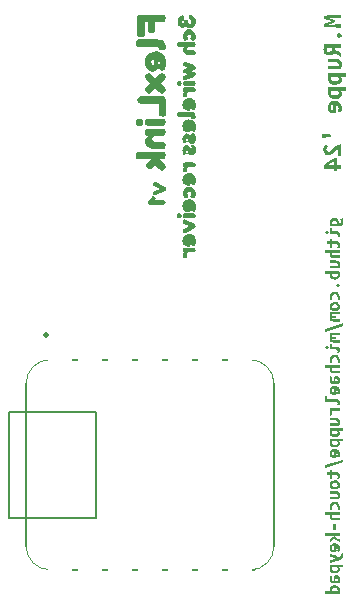
<source format=gbr>
%TF.GenerationSoftware,KiCad,Pcbnew,8.0.6-8.0.6-0~ubuntu24.04.1*%
%TF.CreationDate,2024-10-21T11:40:19+11:00*%
%TF.ProjectId,PCB-Receiver,5043422d-5265-4636-9569-7665722e6b69,rev?*%
%TF.SameCoordinates,Original*%
%TF.FileFunction,Legend,Bot*%
%TF.FilePolarity,Positive*%
%FSLAX46Y46*%
G04 Gerber Fmt 4.6, Leading zero omitted, Abs format (unit mm)*
G04 Created by KiCad (PCBNEW 8.0.6-8.0.6-0~ubuntu24.04.1) date 2024-10-21 11:40:19*
%MOMM*%
%LPD*%
G01*
G04 APERTURE LIST*
%ADD10C,0.127000*%
%ADD11C,0.120000*%
%ADD12C,0.254000*%
%ADD13C,0.025400*%
%ADD14C,0.000000*%
%ADD15R,2.000000X3.000000*%
%ADD16R,2.600000X2.600000*%
%ADD17C,2.600000*%
%ADD18O,2.300000X1.500000*%
%ADD19R,2.300000X1.500000*%
G04 APERTURE END LIST*
D10*
%TO.C,U3*%
X71995970Y-64000000D02*
X79349270Y-64000000D01*
X71995970Y-73000000D02*
X71995970Y-64000000D01*
X73420910Y-61600000D02*
X73420910Y-75400000D01*
X75420000Y-77400000D02*
X92420000Y-77400000D01*
X79349270Y-64000000D02*
X79349270Y-73000000D01*
X79349270Y-73000000D02*
X71995970Y-73000000D01*
X92420000Y-59600000D02*
X75420000Y-59600000D01*
X94420000Y-75400000D02*
X94420000Y-61600000D01*
D11*
X73420000Y-61600000D02*
G75*
G02*
X75420000Y-59600000I2044612J-44612D01*
G01*
X75420000Y-77400000D02*
G75*
G02*
X73420000Y-75400000I44600J2044600D01*
G01*
X92420000Y-59600000D02*
G75*
G02*
X94420000Y-61600000I-44857J-2044857D01*
G01*
X94420000Y-75400000D02*
G75*
G02*
X92420000Y-77400000I-2000000J0D01*
G01*
D12*
X75247000Y-57500000D02*
G75*
G02*
X74993000Y-57500000I-127000J0D01*
G01*
X74993000Y-57500000D02*
G75*
G02*
X75247000Y-57500000I127000J0D01*
G01*
D13*
X75260506Y-59619397D02*
X75309527Y-59615333D01*
X75358295Y-59612285D01*
X75260506Y-59619397D01*
X92782950Y-77352153D02*
X92734690Y-77361044D01*
X92686175Y-77368664D01*
X92637407Y-77375268D01*
X92588639Y-77380601D01*
X92539618Y-77384665D01*
X92490850Y-77387713D01*
X92441574Y-77389492D01*
X92830955Y-77342248D01*
X92782950Y-77352153D01*
D14*
%TO.C,kibuzzard-6715A150*%
G36*
X84335837Y-45816524D02*
G01*
X84410944Y-45944206D01*
X84348712Y-46076180D01*
X84329399Y-46097639D01*
X85054721Y-46097639D01*
X85207082Y-46140558D01*
X85250000Y-46290773D01*
X85207082Y-46443133D01*
X85056867Y-46486052D01*
X83940987Y-46486052D01*
X83787554Y-46443133D01*
X83743562Y-46292918D01*
X83780043Y-46146996D01*
X83807940Y-46112661D01*
X84052575Y-45840129D01*
X84125536Y-45774678D01*
X84194206Y-45750000D01*
X84335837Y-45816524D01*
G37*
G36*
X84438841Y-44563305D02*
G01*
X85162017Y-44943133D01*
X85232833Y-45010730D01*
X85256438Y-45114807D01*
X85232833Y-45218884D01*
X85162017Y-45286481D01*
X84438841Y-45666309D01*
X84333691Y-45701717D01*
X84247854Y-45675966D01*
X84174893Y-45580472D01*
X84139485Y-45423820D01*
X84178380Y-45366953D01*
X84262876Y-45316524D01*
X84722103Y-45114807D01*
X84262876Y-44913090D01*
X84140558Y-44809013D01*
X84174893Y-44649142D01*
X84285408Y-44533262D01*
X84438841Y-44563305D01*
G37*
%TO.C,kibuzzard-67159B6D*%
G36*
X100265024Y-68286511D02*
G01*
X98729645Y-68780533D01*
X98729645Y-68556624D01*
X100265024Y-68059047D01*
X100265024Y-68286511D01*
G37*
G36*
X100265024Y-56735622D02*
G01*
X98729645Y-57229645D01*
X98729645Y-57005735D01*
X100265024Y-56508158D01*
X100265024Y-56735622D01*
G37*
G36*
X98930452Y-62939338D02*
G01*
X99639499Y-62939338D01*
X99791216Y-62956664D01*
X99901616Y-63008643D01*
X99968922Y-63098384D01*
X99991357Y-63228998D01*
X99984249Y-63327625D01*
X99967367Y-63401373D01*
X99948708Y-63450242D01*
X99936268Y-63474233D01*
X99760339Y-63445800D01*
X99783441Y-63387157D01*
X99801212Y-63276979D01*
X99771002Y-63191680D01*
X99655493Y-63157916D01*
X98749192Y-63157916D01*
X98749192Y-62708320D01*
X98930452Y-62708320D01*
X98930452Y-62939338D01*
G37*
G36*
X99991357Y-52415590D02*
G01*
X99983582Y-52506220D01*
X99960258Y-52586187D01*
X99922718Y-52655048D01*
X99872294Y-52712359D01*
X99809431Y-52757674D01*
X99734572Y-52790549D01*
X99649051Y-52810541D01*
X99554200Y-52817205D01*
X99460905Y-52811874D01*
X99376494Y-52795880D01*
X99302080Y-52769447D01*
X99238772Y-52732795D01*
X99149919Y-52628837D01*
X99126595Y-52561753D01*
X99118821Y-52484895D01*
X99122986Y-52440468D01*
X99307189Y-52440468D01*
X99322738Y-52508663D01*
X99369386Y-52556866D01*
X99445355Y-52585521D01*
X99548869Y-52595073D01*
X99667266Y-52582633D01*
X99745234Y-52545315D01*
X99788550Y-52486672D01*
X99802989Y-52410258D01*
X99801212Y-52363166D01*
X99794103Y-52310743D01*
X99340953Y-52310743D01*
X99316963Y-52370275D01*
X99307189Y-52440468D01*
X99122986Y-52440468D01*
X99126817Y-52399596D01*
X99156139Y-52310743D01*
X98738530Y-52310743D01*
X98775848Y-52092165D01*
X99946931Y-52092165D01*
X99964701Y-52159693D01*
X99978918Y-52241438D01*
X99988247Y-52329402D01*
X99991165Y-52410258D01*
X99991357Y-52415590D01*
G37*
G36*
X99971809Y-74527544D02*
G01*
X99577302Y-74527544D01*
X99658158Y-74601292D01*
X99761228Y-74680372D01*
X99871405Y-74754120D01*
X99971809Y-74810097D01*
X99971809Y-75060662D01*
X99858078Y-74994023D01*
X99794103Y-74950263D01*
X99730129Y-74902504D01*
X99667266Y-74852302D01*
X99606624Y-74801212D01*
X99504443Y-74705250D01*
X99419144Y-74784330D01*
X99323183Y-74871405D01*
X99225444Y-74955816D01*
X99136591Y-75028675D01*
X99136591Y-74765670D01*
X99215670Y-74715913D01*
X99301858Y-74656381D01*
X99388045Y-74592407D01*
X99467124Y-74527544D01*
X98738530Y-74527544D01*
X98775848Y-74307189D01*
X99971809Y-74307189D01*
X99971809Y-74527544D01*
G37*
G36*
X99988247Y-79168336D02*
G01*
X99978918Y-79254523D01*
X99964701Y-79334935D01*
X99946931Y-79402019D01*
X98738530Y-79402019D01*
X98775848Y-79183441D01*
X99156139Y-79183441D01*
X99128595Y-79108805D01*
X99123010Y-79059047D01*
X99307189Y-79059047D01*
X99316963Y-79126575D01*
X99340953Y-79183441D01*
X99795880Y-79183441D01*
X99801212Y-79135460D01*
X99802989Y-79085703D01*
X99785218Y-79005957D01*
X99731906Y-78951535D01*
X99650606Y-78920214D01*
X99548869Y-78909774D01*
X99445355Y-78918659D01*
X99369386Y-78945315D01*
X99322738Y-78991519D01*
X99307189Y-79059047D01*
X99123010Y-79059047D01*
X99118821Y-79021729D01*
X99131951Y-78920535D01*
X99171343Y-78837309D01*
X99236995Y-78772052D01*
X99325355Y-78725157D01*
X99432867Y-78697020D01*
X99559532Y-78687641D01*
X99683926Y-78698797D01*
X99789365Y-78732265D01*
X99875848Y-78788045D01*
X99940020Y-78865545D01*
X99978523Y-78964172D01*
X99991357Y-79083926D01*
X99991292Y-79085703D01*
X99988247Y-79168336D01*
G37*
G36*
X99971809Y-50535460D02*
G01*
X99328514Y-50535460D01*
X99316074Y-50582553D01*
X99308966Y-50642084D01*
X99360501Y-50743376D01*
X99428473Y-50763368D01*
X99529321Y-50770032D01*
X99971809Y-50770032D01*
X99971809Y-50988611D01*
X99500889Y-50988611D01*
X99419366Y-50984612D01*
X99345396Y-50972617D01*
X99224556Y-50919305D01*
X99146365Y-50819790D01*
X99125707Y-50750040D01*
X99118821Y-50665186D01*
X99126817Y-50599435D01*
X99143700Y-50535460D01*
X98738530Y-50535460D01*
X98775848Y-50316882D01*
X99971809Y-50316882D01*
X99971809Y-50535460D01*
G37*
G36*
X99971809Y-60309289D02*
G01*
X99328514Y-60309289D01*
X99316074Y-60356381D01*
X99308966Y-60415913D01*
X99360501Y-60517205D01*
X99428473Y-60537197D01*
X99529321Y-60543861D01*
X99971809Y-60543861D01*
X99971809Y-60762439D01*
X99500889Y-60762439D01*
X99419366Y-60758441D01*
X99345396Y-60746446D01*
X99224556Y-60693134D01*
X99146365Y-60593619D01*
X99125707Y-60523869D01*
X99118821Y-60439015D01*
X99126817Y-60373263D01*
X99143700Y-60309289D01*
X98738530Y-60309289D01*
X98775848Y-60090711D01*
X99971809Y-60090711D01*
X99971809Y-60309289D01*
G37*
G36*
X99971809Y-72748708D02*
G01*
X99328514Y-72748708D01*
X99316074Y-72795800D01*
X99308966Y-72855331D01*
X99360501Y-72956624D01*
X99428473Y-72976616D01*
X99529321Y-72983279D01*
X99971809Y-72983279D01*
X99971809Y-73201858D01*
X99500889Y-73201858D01*
X99419366Y-73197859D01*
X99345396Y-73185864D01*
X99224556Y-73132553D01*
X99146365Y-73033037D01*
X99125707Y-72963288D01*
X99118821Y-72878433D01*
X99126817Y-72812682D01*
X99143700Y-72748708D01*
X98738530Y-72748708D01*
X98775848Y-72530129D01*
X99971809Y-72530129D01*
X99971809Y-72748708D01*
G37*
G36*
X100261470Y-76083360D02*
G01*
X100270355Y-76183764D01*
X100254362Y-76298384D01*
X100205493Y-76387237D01*
X100121082Y-76460097D01*
X99998465Y-76526737D01*
X99899394Y-76569608D01*
X99797658Y-76609370D01*
X99693477Y-76646466D01*
X99587076Y-76681341D01*
X99478231Y-76714439D01*
X99366721Y-76746204D01*
X99252767Y-76777968D01*
X99136591Y-76811066D01*
X99136591Y-76587157D01*
X99278756Y-76556058D01*
X99353170Y-76538954D01*
X99427141Y-76521405D01*
X99500444Y-76503191D01*
X99572859Y-76484087D01*
X99707027Y-76446769D01*
X99572859Y-76394346D01*
X99500222Y-76369245D01*
X99426252Y-76345477D01*
X99351616Y-76323041D01*
X99276979Y-76301939D01*
X99136591Y-76265509D01*
X99136591Y-76038045D01*
X99255710Y-76070921D01*
X99369608Y-76105574D01*
X99478287Y-76142003D01*
X99581745Y-76180210D01*
X99711174Y-76232337D01*
X99830533Y-76284464D01*
X99939822Y-76336591D01*
X100041115Y-76274394D01*
X100083764Y-76171325D01*
X100077544Y-76111793D01*
X100055331Y-76048708D01*
X100238368Y-76007835D01*
X100261470Y-76083360D01*
G37*
G36*
X99907835Y-48012924D02*
G01*
X99881179Y-48097334D01*
X99914943Y-48097334D01*
X99981583Y-48088449D01*
X100035784Y-48058239D01*
X100072213Y-47999596D01*
X100085541Y-47905412D01*
X100068659Y-47763247D01*
X100032229Y-47654847D01*
X100217044Y-47613974D01*
X100254362Y-47751696D01*
X100266357Y-47825222D01*
X100270355Y-47901858D01*
X100259496Y-48034249D01*
X100226916Y-48139984D01*
X100172617Y-48219063D01*
X100095611Y-48273856D01*
X99994911Y-48306731D01*
X99870517Y-48317690D01*
X99163247Y-48317690D01*
X99138566Y-48213633D01*
X99123757Y-48114710D01*
X99118821Y-48020921D01*
X99119646Y-48012036D01*
X99296527Y-48012036D01*
X99298304Y-48052908D01*
X99305412Y-48097334D01*
X99707027Y-48097334D01*
X99730129Y-48041357D01*
X99739015Y-47974717D01*
X99684814Y-47857431D01*
X99618397Y-47829443D01*
X99527544Y-47820113D01*
X99399201Y-47841438D01*
X99322195Y-47905412D01*
X99296527Y-48012036D01*
X99119646Y-48012036D01*
X99130075Y-47899686D01*
X99163840Y-47796616D01*
X99220113Y-47711712D01*
X99299291Y-47648528D01*
X99401768Y-47610617D01*
X99527544Y-47597981D01*
X99640684Y-47607360D01*
X99736053Y-47635496D01*
X99813651Y-47682391D01*
X99870912Y-47747451D01*
X99905268Y-47830084D01*
X99916721Y-47930291D01*
X99911943Y-47974717D01*
X99907835Y-48012924D01*
G37*
G36*
X99991357Y-65812843D02*
G01*
X99983360Y-65889701D01*
X99959370Y-65956785D01*
X99869628Y-66059855D01*
X99806099Y-66095840D01*
X99731018Y-66122052D01*
X99646385Y-66138045D01*
X99554200Y-66143376D01*
X99429609Y-66131924D01*
X99323577Y-66097568D01*
X99236107Y-66040307D01*
X99170948Y-65961524D01*
X99131852Y-65862601D01*
X99118821Y-65743538D01*
X99118885Y-65741761D01*
X99305412Y-65741761D01*
X99323405Y-65820840D01*
X99377383Y-65876817D01*
X99459350Y-65910137D01*
X99561309Y-65921244D01*
X99663712Y-65911914D01*
X99739903Y-65883926D01*
X99787217Y-65836389D01*
X99802989Y-65768417D01*
X99794103Y-65697334D01*
X99771002Y-65640468D01*
X99312520Y-65640468D01*
X99308078Y-65688449D01*
X99305412Y-65741761D01*
X99118885Y-65741761D01*
X99121931Y-65657573D01*
X99131260Y-65570275D01*
X99145477Y-65489196D01*
X99163247Y-65421890D01*
X100265024Y-65421890D01*
X100265024Y-65640468D01*
X99950485Y-65640468D01*
X99981139Y-65727989D01*
X99986007Y-65768417D01*
X99991357Y-65812843D01*
G37*
G36*
X99991357Y-77363732D02*
G01*
X99983360Y-77440590D01*
X99959370Y-77507674D01*
X99869628Y-77610743D01*
X99806099Y-77646729D01*
X99731018Y-77672940D01*
X99646385Y-77688934D01*
X99554200Y-77694265D01*
X99429609Y-77682813D01*
X99323577Y-77648456D01*
X99236107Y-77591195D01*
X99170948Y-77512412D01*
X99131852Y-77413489D01*
X99118821Y-77294426D01*
X99118885Y-77292649D01*
X99305412Y-77292649D01*
X99323405Y-77371729D01*
X99377383Y-77427706D01*
X99459350Y-77461026D01*
X99561309Y-77472132D01*
X99663712Y-77462803D01*
X99739903Y-77434814D01*
X99787217Y-77387278D01*
X99802989Y-77319305D01*
X99794103Y-77248223D01*
X99771002Y-77191357D01*
X99312520Y-77191357D01*
X99308078Y-77239338D01*
X99305412Y-77292649D01*
X99118885Y-77292649D01*
X99121931Y-77208461D01*
X99131260Y-77121163D01*
X99145477Y-77040085D01*
X99163247Y-76972779D01*
X100265024Y-76972779D01*
X100265024Y-77191357D01*
X99950485Y-77191357D01*
X99981139Y-77278877D01*
X99986007Y-77319305D01*
X99991357Y-77363732D01*
G37*
G36*
X99991357Y-66701373D02*
G01*
X99983360Y-66778231D01*
X99959370Y-66845315D01*
X99869628Y-66948384D01*
X99806099Y-66984370D01*
X99731018Y-67010582D01*
X99646385Y-67026575D01*
X99554200Y-67031906D01*
X99429609Y-67020454D01*
X99323577Y-66986098D01*
X99236107Y-66928837D01*
X99170948Y-66850054D01*
X99131852Y-66751131D01*
X99118821Y-66632068D01*
X99118885Y-66630291D01*
X99305412Y-66630291D01*
X99323405Y-66709370D01*
X99377383Y-66765347D01*
X99459350Y-66798667D01*
X99561309Y-66809774D01*
X99663712Y-66800444D01*
X99739903Y-66772456D01*
X99787217Y-66724919D01*
X99802989Y-66656947D01*
X99794103Y-66585864D01*
X99771002Y-66528998D01*
X99312520Y-66528998D01*
X99308078Y-66576979D01*
X99305412Y-66630291D01*
X99118885Y-66630291D01*
X99121931Y-66546103D01*
X99131260Y-66458805D01*
X99145477Y-66377726D01*
X99163247Y-66310420D01*
X100265024Y-66310420D01*
X100265024Y-66528998D01*
X99950485Y-66528998D01*
X99981139Y-66616519D01*
X99986007Y-66656947D01*
X99991357Y-66701373D01*
G37*
G36*
X99317851Y-49570517D02*
G01*
X99660824Y-49570517D01*
X99755674Y-49575848D01*
X99830533Y-49591842D01*
X99930937Y-49654039D01*
X99978918Y-49753554D01*
X99991357Y-49888611D01*
X99980695Y-50024556D01*
X99945153Y-50155170D01*
X99756785Y-50124960D01*
X99779887Y-50068982D01*
X99793215Y-50019225D01*
X99799435Y-49969467D01*
X99801212Y-49913489D01*
X99795880Y-49861955D01*
X99774556Y-49822859D01*
X99730129Y-49797981D01*
X99655493Y-49789095D01*
X99317851Y-49789095D01*
X99317851Y-50139176D01*
X99136591Y-50139176D01*
X99136591Y-49789095D01*
X98891357Y-49789095D01*
X98926898Y-49570517D01*
X99136591Y-49570517D01*
X99136591Y-49380372D01*
X99317851Y-49380372D01*
X99317851Y-49570517D01*
G37*
G36*
X99317851Y-69118174D02*
G01*
X99660824Y-69118174D01*
X99755674Y-69123506D01*
X99830533Y-69139499D01*
X99930937Y-69201696D01*
X99978918Y-69301212D01*
X99991357Y-69436268D01*
X99980695Y-69572213D01*
X99945153Y-69702827D01*
X99756785Y-69672617D01*
X99779887Y-69616640D01*
X99793215Y-69566882D01*
X99799435Y-69517124D01*
X99801212Y-69461147D01*
X99795880Y-69409612D01*
X99774556Y-69370517D01*
X99730129Y-69345638D01*
X99655493Y-69336753D01*
X99317851Y-69336753D01*
X99317851Y-69686834D01*
X99136591Y-69686834D01*
X99136591Y-69336753D01*
X98891357Y-69336753D01*
X98926898Y-69118174D01*
X99136591Y-69118174D01*
X99136591Y-68928029D01*
X99317851Y-68928029D01*
X99317851Y-69118174D01*
G37*
G36*
X99994911Y-55093619D02*
G01*
X99986914Y-55178251D01*
X99962924Y-55254443D01*
X99924273Y-55321305D01*
X99872294Y-55377948D01*
X99808098Y-55423708D01*
X99732795Y-55457916D01*
X99647274Y-55479241D01*
X99552423Y-55486349D01*
X99458905Y-55479241D01*
X99373829Y-55457916D01*
X99298748Y-55423485D01*
X99235218Y-55377060D01*
X99184128Y-55319750D01*
X99146365Y-55252666D01*
X99123041Y-55176918D01*
X99115267Y-55093619D01*
X99305412Y-55093619D01*
X99322516Y-55170254D01*
X99373829Y-55222456D01*
X99453130Y-55252443D01*
X99554200Y-55262439D01*
X99655493Y-55251555D01*
X99735460Y-55218901D01*
X99787439Y-55164923D01*
X99804766Y-55090065D01*
X99787439Y-55013429D01*
X99735460Y-54961228D01*
X99655493Y-54931240D01*
X99554200Y-54921244D01*
X99453130Y-54932128D01*
X99373829Y-54964782D01*
X99322516Y-55018760D01*
X99305412Y-55093619D01*
X99115267Y-55093619D01*
X99123041Y-55011430D01*
X99146365Y-54935460D01*
X99184128Y-54867710D01*
X99235218Y-54810178D01*
X99298748Y-54763530D01*
X99373829Y-54728433D01*
X99458905Y-54706442D01*
X99552423Y-54699111D01*
X99647274Y-54706220D01*
X99732795Y-54727544D01*
X99808098Y-54761975D01*
X99872294Y-54808401D01*
X99924273Y-54865711D01*
X99962924Y-54932795D01*
X99986914Y-55008986D01*
X99994575Y-55090065D01*
X99994911Y-55093619D01*
G37*
G36*
X99994911Y-70198627D02*
G01*
X99986914Y-70283259D01*
X99962924Y-70359451D01*
X99924273Y-70426313D01*
X99872294Y-70482956D01*
X99808098Y-70528716D01*
X99732795Y-70562924D01*
X99647274Y-70584249D01*
X99552423Y-70591357D01*
X99458905Y-70584249D01*
X99373829Y-70562924D01*
X99298748Y-70528494D01*
X99235218Y-70482068D01*
X99184128Y-70424758D01*
X99146365Y-70357674D01*
X99123041Y-70281926D01*
X99115267Y-70198627D01*
X99305412Y-70198627D01*
X99322516Y-70275263D01*
X99373829Y-70327464D01*
X99453130Y-70357452D01*
X99554200Y-70367447D01*
X99655493Y-70356563D01*
X99735460Y-70323910D01*
X99787439Y-70269931D01*
X99804766Y-70195073D01*
X99787439Y-70118437D01*
X99735460Y-70066236D01*
X99655493Y-70036248D01*
X99554200Y-70026252D01*
X99453130Y-70037137D01*
X99373829Y-70069790D01*
X99322516Y-70123768D01*
X99305412Y-70198627D01*
X99115267Y-70198627D01*
X99123041Y-70116438D01*
X99146365Y-70040468D01*
X99184128Y-69972718D01*
X99235218Y-69915186D01*
X99298748Y-69868538D01*
X99373829Y-69833441D01*
X99458905Y-69811450D01*
X99552423Y-69804120D01*
X99647274Y-69811228D01*
X99732795Y-69832553D01*
X99808098Y-69866983D01*
X99872294Y-69913409D01*
X99924273Y-69970719D01*
X99962924Y-70037803D01*
X99986914Y-70113994D01*
X99994575Y-70195073D01*
X99994911Y-70198627D01*
G37*
G36*
X99625283Y-67909774D02*
G01*
X99587964Y-67912439D01*
X99543538Y-67913328D01*
X99414899Y-67902666D01*
X99308571Y-67870679D01*
X99224556Y-67817367D01*
X99163840Y-67743520D01*
X99127410Y-67649928D01*
X99115648Y-67540145D01*
X99298304Y-67540145D01*
X99313409Y-67614782D01*
X99353393Y-67664540D01*
X99409370Y-67692973D01*
X99474233Y-67701858D01*
X99474233Y-67367771D01*
X99408481Y-67382876D01*
X99351616Y-67414863D01*
X99312520Y-67466397D01*
X99298304Y-67540145D01*
X99115648Y-67540145D01*
X99115267Y-67536591D01*
X99122375Y-67462843D01*
X99143700Y-67390872D01*
X99179019Y-67323788D01*
X99228110Y-67264701D01*
X99290973Y-67214943D01*
X99367609Y-67175848D01*
X99457795Y-67150525D01*
X99561309Y-67142084D01*
X99661268Y-67150081D01*
X99747900Y-67174071D01*
X99821426Y-67212944D01*
X99882068Y-67265590D01*
X99929604Y-67331341D01*
X99963813Y-67409532D01*
X99984471Y-67499495D01*
X99991357Y-67600565D01*
X99978029Y-67744507D01*
X99945153Y-67865347D01*
X99758562Y-67835137D01*
X99786995Y-67734733D01*
X99801212Y-67609451D01*
X99789439Y-67512601D01*
X99754120Y-67435299D01*
X99698364Y-67384653D01*
X99625283Y-67367771D01*
X99625283Y-67701858D01*
X99625283Y-67909774D01*
G37*
G36*
X99625283Y-75906543D02*
G01*
X99587964Y-75909208D01*
X99543538Y-75910097D01*
X99414899Y-75899435D01*
X99308571Y-75867447D01*
X99224556Y-75814136D01*
X99163840Y-75740289D01*
X99127410Y-75646697D01*
X99115648Y-75536914D01*
X99298304Y-75536914D01*
X99313409Y-75611551D01*
X99353393Y-75661309D01*
X99409370Y-75689742D01*
X99474233Y-75698627D01*
X99474233Y-75364540D01*
X99408481Y-75379645D01*
X99351616Y-75411632D01*
X99312520Y-75463166D01*
X99298304Y-75536914D01*
X99115648Y-75536914D01*
X99115267Y-75533360D01*
X99122375Y-75459612D01*
X99143700Y-75387641D01*
X99179019Y-75320557D01*
X99228110Y-75261470D01*
X99290973Y-75211712D01*
X99367609Y-75172617D01*
X99457795Y-75147294D01*
X99561309Y-75138853D01*
X99661268Y-75146850D01*
X99747900Y-75170840D01*
X99821426Y-75209713D01*
X99882068Y-75262359D01*
X99929604Y-75328110D01*
X99963813Y-75406300D01*
X99984471Y-75496264D01*
X99991357Y-75597334D01*
X99978029Y-75741276D01*
X99945153Y-75862116D01*
X99758562Y-75831906D01*
X99786995Y-75731502D01*
X99801212Y-75606220D01*
X99789439Y-75509370D01*
X99754120Y-75432068D01*
X99698364Y-75381422D01*
X99625283Y-75364540D01*
X99625283Y-75698627D01*
X99625283Y-75906543D01*
G37*
G36*
X99625283Y-62578595D02*
G01*
X99587964Y-62581260D01*
X99543538Y-62582149D01*
X99414899Y-62571486D01*
X99308571Y-62539499D01*
X99224556Y-62486187D01*
X99163840Y-62412341D01*
X99127410Y-62318749D01*
X99115648Y-62208966D01*
X99298304Y-62208966D01*
X99313409Y-62283603D01*
X99353393Y-62333360D01*
X99409370Y-62361793D01*
X99474233Y-62370679D01*
X99474233Y-62036591D01*
X99408481Y-62051696D01*
X99351616Y-62083683D01*
X99312520Y-62135218D01*
X99298304Y-62208966D01*
X99115648Y-62208966D01*
X99115267Y-62205412D01*
X99122375Y-62131664D01*
X99143700Y-62059693D01*
X99179019Y-61992609D01*
X99228110Y-61933522D01*
X99290973Y-61883764D01*
X99367609Y-61844669D01*
X99457795Y-61819346D01*
X99561309Y-61810905D01*
X99661268Y-61818901D01*
X99747900Y-61842892D01*
X99821426Y-61881765D01*
X99882068Y-61934410D01*
X99929604Y-62000162D01*
X99963813Y-62078352D01*
X99984471Y-62168316D01*
X99991357Y-62269386D01*
X99978029Y-62413328D01*
X99945153Y-62534168D01*
X99758562Y-62503958D01*
X99786995Y-62403554D01*
X99801212Y-62278271D01*
X99789439Y-62181422D01*
X99754120Y-62104120D01*
X99698364Y-62053473D01*
X99625283Y-62036591D01*
X99625283Y-62370679D01*
X99625283Y-62578595D01*
G37*
G36*
X99643498Y-71614721D02*
G01*
X99726575Y-71635380D01*
X99801212Y-71670699D01*
X99865186Y-71721567D01*
X99917609Y-71788429D01*
X99957593Y-71871729D01*
X99982916Y-71972355D01*
X99991357Y-72091195D01*
X99988469Y-72174273D01*
X99979806Y-72245800D01*
X99950485Y-72357754D01*
X99771002Y-72325767D01*
X99794103Y-72223586D01*
X99801212Y-72116074D01*
X99784774Y-71982573D01*
X99735460Y-71894830D01*
X99657270Y-71846183D01*
X99554200Y-71829968D01*
X99454685Y-71844184D01*
X99375606Y-71890388D01*
X99324071Y-71974798D01*
X99305412Y-72105412D01*
X99315186Y-72216478D01*
X99337399Y-72295557D01*
X99161470Y-72343538D01*
X99125929Y-72220921D01*
X99115267Y-72085864D01*
X99123930Y-71970133D01*
X99149919Y-71871729D01*
X99190792Y-71789762D01*
X99244103Y-71723344D01*
X99308744Y-71672254D01*
X99383603Y-71636268D01*
X99466236Y-71614943D01*
X99554200Y-71607835D01*
X99643498Y-71614721D01*
G37*
G36*
X99643498Y-53844124D02*
G01*
X99726575Y-53864782D01*
X99801212Y-53900101D01*
X99865186Y-53950969D01*
X99917609Y-54017831D01*
X99957593Y-54101131D01*
X99982916Y-54201757D01*
X99991357Y-54320598D01*
X99988469Y-54403675D01*
X99979806Y-54475202D01*
X99950485Y-54587157D01*
X99771002Y-54555170D01*
X99794103Y-54452989D01*
X99801212Y-54345477D01*
X99784774Y-54211975D01*
X99735460Y-54124233D01*
X99657270Y-54075586D01*
X99554200Y-54059370D01*
X99454685Y-54073586D01*
X99375606Y-54119790D01*
X99324071Y-54204200D01*
X99305412Y-54334814D01*
X99315186Y-54445880D01*
X99337399Y-54524960D01*
X99161470Y-54572940D01*
X99125929Y-54450323D01*
X99115267Y-54315267D01*
X99123930Y-54199536D01*
X99149919Y-54101131D01*
X99190792Y-54019164D01*
X99244103Y-53952746D01*
X99308744Y-53901656D01*
X99383603Y-53865670D01*
X99466236Y-53844346D01*
X99554200Y-53837237D01*
X99643498Y-53844124D01*
G37*
G36*
X99643498Y-59175303D02*
G01*
X99726575Y-59195961D01*
X99801212Y-59231280D01*
X99865186Y-59282149D01*
X99917609Y-59349011D01*
X99957593Y-59432310D01*
X99982916Y-59532936D01*
X99991357Y-59651777D01*
X99988469Y-59734855D01*
X99979806Y-59806381D01*
X99950485Y-59918336D01*
X99771002Y-59886349D01*
X99794103Y-59784168D01*
X99801212Y-59676656D01*
X99784774Y-59543154D01*
X99735460Y-59455412D01*
X99657270Y-59406765D01*
X99554200Y-59390549D01*
X99454685Y-59404766D01*
X99375606Y-59450969D01*
X99324071Y-59535380D01*
X99305412Y-59665994D01*
X99315186Y-59777060D01*
X99337399Y-59856139D01*
X99161470Y-59904120D01*
X99125929Y-59781502D01*
X99115267Y-59646446D01*
X99123930Y-59530715D01*
X99149919Y-59432310D01*
X99190792Y-59350343D01*
X99244103Y-59283926D01*
X99308744Y-59232835D01*
X99383603Y-59196850D01*
X99466236Y-59175525D01*
X99554200Y-59168417D01*
X99643498Y-59175303D01*
G37*
G36*
X99971809Y-55765347D02*
G01*
X99316074Y-55765347D01*
X99310743Y-55794669D01*
X99308966Y-55820436D01*
X99342730Y-55874637D01*
X99461793Y-55891519D01*
X99653716Y-55891519D01*
X99653716Y-56069225D01*
X99486672Y-56069225D01*
X99396042Y-56065670D01*
X99321405Y-56056785D01*
X99311632Y-56088772D01*
X99308966Y-56122536D01*
X99314297Y-56150081D01*
X99335622Y-56173183D01*
X99381826Y-56189176D01*
X99461793Y-56195396D01*
X99971809Y-56195396D01*
X99971809Y-56373102D01*
X99472456Y-56373102D01*
X99390933Y-56370880D01*
X99320517Y-56364216D01*
X99213005Y-56329564D01*
X99149031Y-56259370D01*
X99127706Y-56145638D01*
X99142811Y-56060339D01*
X99177464Y-55989257D01*
X99139257Y-55926171D01*
X99127706Y-55843538D01*
X99138368Y-55724475D01*
X99168578Y-55587641D01*
X99971809Y-55587641D01*
X99971809Y-55765347D01*
G37*
G36*
X99971809Y-57542407D02*
G01*
X99316074Y-57542407D01*
X99310743Y-57571729D01*
X99308966Y-57597496D01*
X99342730Y-57651696D01*
X99461793Y-57668578D01*
X99653716Y-57668578D01*
X99653716Y-57846284D01*
X99486672Y-57846284D01*
X99396042Y-57842730D01*
X99321405Y-57833845D01*
X99311632Y-57865832D01*
X99308966Y-57899596D01*
X99314297Y-57927141D01*
X99335622Y-57950242D01*
X99381826Y-57966236D01*
X99461793Y-57972456D01*
X99971809Y-57972456D01*
X99971809Y-58150162D01*
X99472456Y-58150162D01*
X99390933Y-58147940D01*
X99320517Y-58141276D01*
X99213005Y-58106624D01*
X99149031Y-58036430D01*
X99127706Y-57922698D01*
X99142811Y-57837399D01*
X99177464Y-57766317D01*
X99139257Y-57703231D01*
X99127706Y-57620598D01*
X99138368Y-57501535D01*
X99168578Y-57364701D01*
X99971809Y-57364701D01*
X99971809Y-57542407D01*
G37*
G36*
X99317851Y-48722859D02*
G01*
X99625283Y-48722859D01*
X99707472Y-48726414D01*
X99779887Y-48737076D01*
X99894507Y-48785945D01*
X99966478Y-48878352D01*
X99985137Y-48942993D01*
X99991357Y-49021405D01*
X99979806Y-49130695D01*
X99936268Y-49257754D01*
X99760339Y-49229321D01*
X99793215Y-49133360D01*
X99801212Y-49060501D01*
X99764782Y-48968982D01*
X99653716Y-48941438D01*
X99136591Y-48941438D01*
X99136591Y-48491842D01*
X99317851Y-48491842D01*
X99317851Y-48722859D01*
G37*
G36*
X99317851Y-58496688D02*
G01*
X99625283Y-58496688D01*
X99707472Y-58500242D01*
X99779887Y-58510905D01*
X99894507Y-58559774D01*
X99966478Y-58652181D01*
X99985137Y-58716821D01*
X99991357Y-58795234D01*
X99979806Y-58904523D01*
X99936268Y-59031583D01*
X99760339Y-59003150D01*
X99793215Y-58907189D01*
X99801212Y-58834330D01*
X99764782Y-58742811D01*
X99653716Y-58715267D01*
X99136591Y-58715267D01*
X99136591Y-58265670D01*
X99317851Y-58265670D01*
X99317851Y-58496688D01*
G37*
G36*
X99987803Y-78290913D02*
G01*
X99977141Y-78390872D01*
X99952262Y-78533037D01*
X99454685Y-78533037D01*
X99313409Y-78515267D01*
X99206785Y-78456624D01*
X99139257Y-78347334D01*
X99121264Y-78270254D01*
X99115267Y-78175848D01*
X99118154Y-78097213D01*
X99126817Y-78021244D01*
X99152585Y-77905735D01*
X99328514Y-77935945D01*
X99307189Y-78029241D01*
X99298304Y-78149192D01*
X99308744Y-78230937D01*
X99340065Y-78284249D01*
X99444023Y-78323344D01*
X99470679Y-78323344D01*
X99460016Y-78252706D01*
X99458426Y-78216721D01*
X99609289Y-78216721D01*
X99611955Y-78271809D01*
X99618174Y-78323344D01*
X99810097Y-78323344D01*
X99814540Y-78264701D01*
X99815428Y-78195396D01*
X99791438Y-78085218D01*
X99710582Y-78042569D01*
X99659047Y-78056785D01*
X99628837Y-78094992D01*
X99613732Y-78150969D01*
X99609289Y-78216721D01*
X99458426Y-78216721D01*
X99456462Y-78172294D01*
X99469790Y-78042569D01*
X99513328Y-77932391D01*
X99593296Y-77855977D01*
X99715913Y-77827544D01*
X99844750Y-77852423D01*
X99930048Y-77923506D01*
X99977141Y-78034572D01*
X99991357Y-78179402D01*
X99990847Y-78195396D01*
X99987803Y-78290913D01*
G37*
G36*
X99987803Y-61408845D02*
G01*
X99977141Y-61508805D01*
X99952262Y-61650969D01*
X99454685Y-61650969D01*
X99313409Y-61633199D01*
X99206785Y-61574556D01*
X99139257Y-61465267D01*
X99121264Y-61388187D01*
X99115267Y-61293780D01*
X99118154Y-61215145D01*
X99126817Y-61139176D01*
X99152585Y-61023667D01*
X99328514Y-61053877D01*
X99307189Y-61147173D01*
X99298304Y-61267124D01*
X99308744Y-61348869D01*
X99340065Y-61402181D01*
X99444023Y-61441276D01*
X99470679Y-61441276D01*
X99460016Y-61370638D01*
X99458426Y-61334653D01*
X99609289Y-61334653D01*
X99611955Y-61389742D01*
X99618174Y-61441276D01*
X99810097Y-61441276D01*
X99814540Y-61382633D01*
X99815428Y-61313328D01*
X99791438Y-61203150D01*
X99710582Y-61160501D01*
X99659047Y-61174717D01*
X99628837Y-61212924D01*
X99613732Y-61268901D01*
X99609289Y-61334653D01*
X99458426Y-61334653D01*
X99456462Y-61290226D01*
X99469790Y-61160501D01*
X99513328Y-61050323D01*
X99593296Y-60973910D01*
X99715913Y-60945477D01*
X99844750Y-60970355D01*
X99930048Y-61041438D01*
X99977141Y-61152504D01*
X99991357Y-61297334D01*
X99990847Y-61313328D01*
X99987803Y-61408845D01*
G37*
G36*
X99683926Y-51201858D02*
G01*
X99758562Y-51212520D01*
X99882068Y-51264943D01*
X99962924Y-51368901D01*
X99984249Y-51443982D01*
X99991357Y-51537722D01*
X99987359Y-51635238D01*
X99975363Y-51725202D01*
X99959370Y-51804947D01*
X99943376Y-51871809D01*
X99136591Y-51871809D01*
X99136591Y-51651454D01*
X99792326Y-51651454D01*
X99801212Y-51551939D01*
X99745234Y-51444426D01*
X99674374Y-51423768D01*
X99573748Y-51416882D01*
X99136591Y-51416882D01*
X99136591Y-51198304D01*
X99602181Y-51198304D01*
X99683926Y-51201858D01*
G37*
G36*
X99683926Y-64529806D02*
G01*
X99758562Y-64540468D01*
X99882068Y-64592892D01*
X99962924Y-64696850D01*
X99984249Y-64771931D01*
X99991357Y-64865670D01*
X99987359Y-64963187D01*
X99975363Y-65053150D01*
X99959370Y-65132896D01*
X99943376Y-65199758D01*
X99136591Y-65199758D01*
X99136591Y-64979402D01*
X99792326Y-64979402D01*
X99801212Y-64879887D01*
X99745234Y-64772375D01*
X99674374Y-64751716D01*
X99573748Y-64744830D01*
X99136591Y-64744830D01*
X99136591Y-64526252D01*
X99602181Y-64526252D01*
X99683926Y-64529806D01*
G37*
G36*
X99683926Y-70749515D02*
G01*
X99758562Y-70760178D01*
X99882068Y-70812601D01*
X99962924Y-70916559D01*
X99984249Y-70991640D01*
X99991357Y-71085380D01*
X99987359Y-71182896D01*
X99975363Y-71272859D01*
X99959370Y-71352605D01*
X99943376Y-71419467D01*
X99136591Y-71419467D01*
X99136591Y-71199111D01*
X99792326Y-71199111D01*
X99801212Y-71099596D01*
X99745234Y-70992084D01*
X99674374Y-70971426D01*
X99573748Y-70964540D01*
X99136591Y-70964540D01*
X99136591Y-70745961D01*
X99602181Y-70745961D01*
X99683926Y-70749515D01*
G37*
G36*
X99971809Y-63911389D02*
G01*
X99351616Y-63911389D01*
X99334733Y-64002019D01*
X99330291Y-64092649D01*
X99332068Y-64140630D01*
X99338288Y-64199273D01*
X99348061Y-64258805D01*
X99358724Y-64309451D01*
X99156139Y-64348546D01*
X99139257Y-64280129D01*
X99128595Y-64204604D01*
X99122375Y-64134410D01*
X99120598Y-64083764D01*
X99125485Y-63968922D01*
X99140145Y-63869628D01*
X99162803Y-63779221D01*
X99191680Y-63691034D01*
X99971809Y-63691034D01*
X99971809Y-63911389D01*
G37*
G36*
X99623506Y-73994426D02*
G01*
X99408481Y-73994426D01*
X99408481Y-73507512D01*
X99623506Y-73507512D01*
X99623506Y-73994426D01*
G37*
G36*
X99899838Y-53169952D02*
G01*
X99949596Y-53205493D01*
X99980695Y-53256139D01*
X99991357Y-53316559D01*
X99950485Y-53426737D01*
X99831422Y-53474717D01*
X99715913Y-53426737D01*
X99675040Y-53316559D01*
X99685703Y-53256139D01*
X99715913Y-53205493D01*
X99764782Y-53169952D01*
X99831422Y-53156624D01*
X99899838Y-53169952D01*
G37*
G36*
X98997981Y-48697092D02*
G01*
X99035299Y-48793942D01*
X98997981Y-48891680D01*
X98896688Y-48932553D01*
X98793619Y-48891680D01*
X98756300Y-48793942D01*
X98793619Y-48697092D01*
X98896688Y-48657108D01*
X98997981Y-48697092D01*
G37*
G36*
X98997981Y-58470921D02*
G01*
X99035299Y-58567771D01*
X98997981Y-58665509D01*
X98896688Y-58706381D01*
X98793619Y-58665509D01*
X98756300Y-58567771D01*
X98793619Y-58470921D01*
X98896688Y-58430937D01*
X98997981Y-58470921D01*
G37*
%TO.C,kibuzzard-67159A86*%
G36*
X100122779Y-30668013D02*
G01*
X98957189Y-30655897D01*
X99592084Y-30832795D01*
X99592084Y-31050889D01*
X98957189Y-31235057D01*
X100122779Y-31220517D01*
X100122779Y-31494346D01*
X99931038Y-31488893D01*
X99743538Y-31482229D01*
X99558764Y-31474051D01*
X99375202Y-31464055D01*
X99191337Y-31451939D01*
X99005654Y-31437399D01*
X98816640Y-31421345D01*
X98622779Y-31404685D01*
X98622779Y-31157512D01*
X98751212Y-31113893D01*
X98917205Y-31060582D01*
X99101373Y-31000000D01*
X99286753Y-30939418D01*
X99112278Y-30883683D01*
X98925687Y-30825525D01*
X98753635Y-30771002D01*
X98622779Y-30728595D01*
X98622779Y-30481422D01*
X98786955Y-30465368D01*
X98964459Y-30451131D01*
X99151656Y-30438712D01*
X99344911Y-30428110D01*
X99541801Y-30418720D01*
X99739903Y-30409935D01*
X99934976Y-30401757D01*
X100122779Y-30394184D01*
X100122779Y-30668013D01*
G37*
G36*
X99768982Y-43145396D02*
G01*
X100122779Y-43145396D01*
X100122779Y-43443457D01*
X99768982Y-43443457D01*
X99768982Y-43605816D01*
X99524233Y-43605816D01*
X99524233Y-43443457D01*
X98622779Y-43443457D01*
X98622779Y-43176898D01*
X98656348Y-43145396D01*
X98995961Y-43145396D01*
X99524233Y-43145396D01*
X99524233Y-42806139D01*
X99386107Y-42878837D01*
X99246769Y-42964863D01*
X99114701Y-43055735D01*
X98995961Y-43145396D01*
X98656348Y-43145396D01*
X98726070Y-43079968D01*
X98842084Y-42983037D01*
X98965368Y-42888530D01*
X99090468Y-42798869D01*
X99214964Y-42715267D01*
X99336430Y-42638934D01*
X99450020Y-42572900D01*
X99550889Y-42520194D01*
X99768982Y-42520194D01*
X99768982Y-42806139D01*
X99768982Y-43145396D01*
G37*
G36*
X99570275Y-33345719D02*
G01*
X99707492Y-33427807D01*
X99842892Y-33504443D01*
X99980109Y-33573809D01*
X100122779Y-33634087D01*
X100122779Y-33946688D01*
X99964055Y-33877625D01*
X99796850Y-33794023D01*
X99636914Y-33704362D01*
X99497577Y-33617124D01*
X99429120Y-33723142D01*
X99335218Y-33794023D01*
X99222536Y-33834006D01*
X99097738Y-33847334D01*
X98979907Y-33837338D01*
X98878433Y-33807351D01*
X98724556Y-33692246D01*
X98671850Y-33609855D01*
X98634895Y-33512924D01*
X98613086Y-33402666D01*
X98605816Y-33280291D01*
X98865105Y-33280291D01*
X98879039Y-33387520D01*
X98920840Y-33471729D01*
X98992326Y-33526252D01*
X99095315Y-33544426D01*
X99263732Y-33476575D01*
X99308259Y-33387520D01*
X99323102Y-33256058D01*
X99323102Y-33190630D01*
X98872375Y-33190630D01*
X98866317Y-33239095D01*
X98865105Y-33280291D01*
X98605816Y-33280291D01*
X98608239Y-33195477D01*
X98614297Y-33093700D01*
X98626414Y-32988288D01*
X98644588Y-32892569D01*
X100122779Y-32892569D01*
X100122779Y-33190630D01*
X99570275Y-33190630D01*
X99570275Y-33345719D01*
G37*
G36*
X100149435Y-35870759D02*
G01*
X100138530Y-35975565D01*
X100105816Y-36067044D01*
X99983441Y-36207593D01*
X99896809Y-36256664D01*
X99794426Y-36292407D01*
X99679019Y-36314216D01*
X99553312Y-36321486D01*
X99383414Y-36305870D01*
X99238826Y-36259020D01*
X99119548Y-36180937D01*
X99030695Y-36073506D01*
X98977383Y-35938611D01*
X98959612Y-35776252D01*
X98959700Y-35773829D01*
X99214055Y-35773829D01*
X99238590Y-35881664D01*
X99312197Y-35957997D01*
X99423970Y-36003433D01*
X99563005Y-36018578D01*
X99702645Y-36005856D01*
X99806543Y-35967690D01*
X99871062Y-35902868D01*
X99892569Y-35810178D01*
X99880452Y-35713247D01*
X99848950Y-35635703D01*
X99223748Y-35635703D01*
X99217690Y-35701131D01*
X99214055Y-35773829D01*
X98959700Y-35773829D01*
X98963853Y-35659027D01*
X98976575Y-35539984D01*
X98995961Y-35429422D01*
X99020194Y-35337641D01*
X100522617Y-35337641D01*
X100522617Y-35635703D01*
X100093700Y-35635703D01*
X100135501Y-35755048D01*
X100142139Y-35810178D01*
X100149435Y-35870759D01*
G37*
G36*
X100149435Y-37082391D02*
G01*
X100138530Y-37187197D01*
X100105816Y-37278675D01*
X99983441Y-37419225D01*
X99896809Y-37468296D01*
X99794426Y-37504039D01*
X99679019Y-37525848D01*
X99553312Y-37533118D01*
X99383414Y-37517501D01*
X99238826Y-37470652D01*
X99119548Y-37392569D01*
X99030695Y-37285137D01*
X98977383Y-37150242D01*
X98959612Y-36987884D01*
X98959700Y-36985460D01*
X99214055Y-36985460D01*
X99238590Y-37093296D01*
X99312197Y-37169628D01*
X99423970Y-37215065D01*
X99563005Y-37230210D01*
X99702645Y-37217488D01*
X99806543Y-37179321D01*
X99871062Y-37114499D01*
X99892569Y-37021809D01*
X99880452Y-36924879D01*
X99848950Y-36847334D01*
X99223748Y-36847334D01*
X99217690Y-36912763D01*
X99214055Y-36985460D01*
X98959700Y-36985460D01*
X98963853Y-36870658D01*
X98976575Y-36751616D01*
X98995961Y-36641054D01*
X99020194Y-36549273D01*
X100522617Y-36549273D01*
X100522617Y-36847334D01*
X100093700Y-36847334D01*
X100135501Y-36966680D01*
X100142139Y-37021809D01*
X100149435Y-37082391D01*
G37*
G36*
X98995961Y-41495153D02*
G01*
X98882068Y-41647819D01*
X98848142Y-41795638D01*
X98897819Y-41936187D01*
X99039580Y-41991922D01*
X99168013Y-41947092D01*
X99298869Y-41833199D01*
X99368235Y-41761712D01*
X99440630Y-41685380D01*
X99517569Y-41609047D01*
X99600565Y-41537561D01*
X99690529Y-41474556D01*
X99788368Y-41423667D01*
X99894992Y-41390044D01*
X100011309Y-41378837D01*
X100062197Y-41377625D01*
X100122779Y-41383683D01*
X100122779Y-42362682D01*
X99875606Y-42362682D01*
X99875606Y-41718094D01*
X99795638Y-41743538D01*
X99709612Y-41805331D01*
X99627221Y-41882876D01*
X99558158Y-41955574D01*
X99436995Y-42079160D01*
X99306139Y-42188207D01*
X99166801Y-42265751D01*
X99017771Y-42294830D01*
X98829968Y-42256058D01*
X98695477Y-42151858D01*
X98615509Y-42001616D01*
X98588853Y-41824717D01*
X98600969Y-41698405D01*
X98637318Y-41571486D01*
X98699111Y-41451838D01*
X98787561Y-41347334D01*
X98995961Y-41495153D01*
G37*
G36*
X99650242Y-38730210D02*
G01*
X99599354Y-38733845D01*
X99538772Y-38735057D01*
X99363355Y-38720517D01*
X99218363Y-38676898D01*
X99103796Y-38604200D01*
X99021002Y-38503500D01*
X98971325Y-38375875D01*
X98955285Y-38226171D01*
X99204362Y-38226171D01*
X99224960Y-38327948D01*
X99279483Y-38395800D01*
X99355816Y-38434572D01*
X99444265Y-38446688D01*
X99444265Y-37991115D01*
X99354604Y-38011712D01*
X99277060Y-38055331D01*
X99223748Y-38125606D01*
X99204362Y-38226171D01*
X98955285Y-38226171D01*
X98954766Y-38221325D01*
X98964459Y-38120759D01*
X98993538Y-38022617D01*
X99041700Y-37931139D01*
X99108643Y-37850565D01*
X99194366Y-37782714D01*
X99298869Y-37729402D01*
X99421850Y-37694871D01*
X99563005Y-37683360D01*
X99699313Y-37694265D01*
X99817447Y-37726979D01*
X99917710Y-37779988D01*
X100000404Y-37851777D01*
X100065226Y-37941438D01*
X100111874Y-38048061D01*
X100140044Y-38170739D01*
X100149435Y-38308562D01*
X100131260Y-38504847D01*
X100086430Y-38669628D01*
X99831987Y-38628433D01*
X99870759Y-38491519D01*
X99890145Y-38320679D01*
X99874091Y-38188611D01*
X99825929Y-38083199D01*
X99749899Y-38014136D01*
X99650242Y-37991115D01*
X99650242Y-38446688D01*
X99650242Y-38730210D01*
G37*
G36*
X99730210Y-34121163D02*
G01*
X99831987Y-34135703D01*
X100000404Y-34207189D01*
X100110662Y-34348950D01*
X100139742Y-34451333D01*
X100149435Y-34579160D01*
X100143982Y-34712137D01*
X100127625Y-34834814D01*
X100105816Y-34943558D01*
X100084006Y-35034733D01*
X98983845Y-35034733D01*
X98983845Y-34734249D01*
X99878029Y-34734249D01*
X99890145Y-34598546D01*
X99813813Y-34451939D01*
X99717185Y-34423768D01*
X99579968Y-34414378D01*
X98983845Y-34414378D01*
X98983845Y-34116317D01*
X99618740Y-34116317D01*
X99730210Y-34121163D01*
G37*
G36*
X98769386Y-40489499D02*
G01*
X98915994Y-40507674D01*
X99065024Y-40530695D01*
X99201939Y-40554927D01*
X99201939Y-40729402D01*
X99065024Y-40753635D01*
X98915994Y-40776656D01*
X98769386Y-40793619D01*
X98637318Y-40799677D01*
X98477383Y-40799677D01*
X98477383Y-40482229D01*
X98637318Y-40482229D01*
X98769386Y-40489499D01*
G37*
G36*
X100024637Y-31958401D02*
G01*
X100092488Y-32006866D01*
X100134895Y-32075929D01*
X100149435Y-32158320D01*
X100093700Y-32308562D01*
X99931341Y-32373990D01*
X99773829Y-32308562D01*
X99718094Y-32158320D01*
X99732633Y-32075929D01*
X99773829Y-32006866D01*
X99840468Y-31958401D01*
X99931341Y-31940226D01*
X100024637Y-31958401D01*
G37*
%TO.C,kibuzzard-67159A69*%
G36*
X87447306Y-30411349D02*
G01*
X87559251Y-30468574D01*
X87660944Y-30563948D01*
X87741416Y-30684835D01*
X87789700Y-30818598D01*
X87805794Y-30965236D01*
X87789700Y-31122961D01*
X87741416Y-31261373D01*
X87660944Y-31380472D01*
X87555913Y-31471674D01*
X87433953Y-31526395D01*
X87295064Y-31544635D01*
X87192060Y-31530150D01*
X87106223Y-31486695D01*
X86990343Y-31366523D01*
X86883584Y-31477575D01*
X86726395Y-31514592D01*
X86611230Y-31498021D01*
X86503219Y-31448307D01*
X86402361Y-31365450D01*
X86321292Y-31254697D01*
X86272651Y-31121292D01*
X86256438Y-30965236D01*
X86266094Y-30846137D01*
X86291845Y-30747425D01*
X86329399Y-30668026D01*
X86373391Y-30604721D01*
X86419528Y-30557511D01*
X86462446Y-30523176D01*
X86497854Y-30501717D01*
X86521459Y-30489914D01*
X86528970Y-30486695D01*
X86677039Y-30455579D01*
X86795064Y-30561802D01*
X86833453Y-30676728D01*
X86808417Y-30766857D01*
X86719957Y-30832189D01*
X86655579Y-30894420D01*
X86634120Y-30986695D01*
X86660944Y-31084335D01*
X86734979Y-31119742D01*
X86789700Y-31088626D01*
X86803648Y-30988841D01*
X86803648Y-30973820D01*
X86806867Y-30905150D01*
X86825107Y-30850429D01*
X86880901Y-30805365D01*
X86988197Y-30791416D01*
X87082618Y-30804292D01*
X87138412Y-30830043D01*
X87165236Y-30878326D01*
X87174893Y-30927682D01*
X87174893Y-30986695D01*
X87206009Y-31110622D01*
X87299356Y-31151931D01*
X87388412Y-31101502D01*
X87421674Y-30967382D01*
X87409871Y-30891202D01*
X87384120Y-30839699D01*
X87351931Y-30807511D01*
X87326180Y-30791416D01*
X87314378Y-30787124D01*
X87213519Y-30724893D01*
X87189914Y-30606867D01*
X87223712Y-30445923D01*
X87325107Y-30392275D01*
X87447306Y-30411349D01*
G37*
G36*
X87658798Y-32717382D02*
G01*
X87716738Y-32737768D01*
X87765021Y-32796781D01*
X87780043Y-32907296D01*
X87765021Y-33018884D01*
X87716738Y-33078970D01*
X87659871Y-33099356D01*
X87586910Y-33102575D01*
X87200644Y-33102575D01*
X87116953Y-33160515D01*
X87080472Y-33267811D01*
X87122318Y-33372961D01*
X87232833Y-33411588D01*
X87582618Y-33411588D01*
X87658798Y-33415880D01*
X87717811Y-33437339D01*
X87765021Y-33496352D01*
X87780043Y-33606867D01*
X87765021Y-33718455D01*
X87716738Y-33778541D01*
X87658798Y-33798927D01*
X87586910Y-33802146D01*
X87234979Y-33802146D01*
X87090010Y-33786647D01*
X86961254Y-33740152D01*
X86848712Y-33662661D01*
X86761683Y-33562279D01*
X86709466Y-33447115D01*
X86692060Y-33317167D01*
X86715129Y-33204506D01*
X86784335Y-33102575D01*
X86393777Y-33102575D01*
X86319742Y-33099356D01*
X86261803Y-33078970D01*
X86213519Y-33019957D01*
X86198498Y-32909442D01*
X86213519Y-32796781D01*
X86261803Y-32737768D01*
X86319742Y-32717382D01*
X86391631Y-32714163D01*
X87584764Y-32714163D01*
X87658798Y-32717382D01*
G37*
G36*
X86932403Y-34396566D02*
G01*
X87634120Y-34681974D01*
X87681330Y-34701287D01*
X87726395Y-34730257D01*
X87772532Y-34788197D01*
X87786481Y-34870815D01*
X87784335Y-34913734D01*
X87776824Y-34949141D01*
X87767167Y-34977038D01*
X87751073Y-34998498D01*
X87734979Y-35014592D01*
X87713519Y-35028541D01*
X87689914Y-35038197D01*
X87662017Y-35048927D01*
X87634120Y-35059656D01*
X87370172Y-35158369D01*
X87634120Y-35257081D01*
X87688841Y-35280687D01*
X87734979Y-35309656D01*
X87774678Y-35364378D01*
X87786481Y-35448068D01*
X87783262Y-35484549D01*
X87775751Y-35515665D01*
X87762876Y-35542489D01*
X87747854Y-35563948D01*
X87729614Y-35582189D01*
X87710300Y-35596137D01*
X87688841Y-35607940D01*
X87669528Y-35617596D01*
X87650215Y-35626180D01*
X87634120Y-35632618D01*
X86936695Y-35920172D01*
X86842513Y-35938293D01*
X86763114Y-35898235D01*
X86698498Y-35800000D01*
X86677515Y-35692942D01*
X86717573Y-35609251D01*
X86818670Y-35548927D01*
X87104077Y-35445923D01*
X86829399Y-35347210D01*
X86723176Y-35273176D01*
X86687768Y-35154077D01*
X86722639Y-35043026D01*
X86827253Y-34971674D01*
X87104077Y-34870815D01*
X86784335Y-34754935D01*
X86703028Y-34702003D01*
X86676562Y-34617596D01*
X86704936Y-34501717D01*
X86791845Y-34389056D01*
X86932403Y-34396566D01*
G37*
G36*
X87471298Y-38642275D02*
G01*
X87572961Y-38658369D01*
X87706009Y-38737768D01*
X87766094Y-38870815D01*
X87776556Y-38960944D01*
X87780043Y-39081116D01*
X87776824Y-39128326D01*
X87757511Y-39170172D01*
X87698498Y-39206652D01*
X87586910Y-39218455D01*
X87481760Y-39206652D01*
X87425966Y-39170172D01*
X87407725Y-39128326D01*
X87404506Y-39083262D01*
X87392704Y-39032832D01*
X87316524Y-39025322D01*
X86391631Y-39025322D01*
X86318670Y-39021030D01*
X86258584Y-39000644D01*
X86209227Y-38942704D01*
X86194206Y-38832189D01*
X86209227Y-38720601D01*
X86257511Y-38660515D01*
X86315451Y-38640129D01*
X86389485Y-38636910D01*
X87340129Y-38636910D01*
X87471298Y-38642275D01*
G37*
G36*
X86973176Y-47750644D02*
G01*
X87696352Y-48130472D01*
X87767167Y-48198068D01*
X87790773Y-48302146D01*
X87767167Y-48406223D01*
X87696352Y-48473820D01*
X86973176Y-48853648D01*
X86868026Y-48889056D01*
X86782189Y-48863305D01*
X86709227Y-48767811D01*
X86673820Y-48611159D01*
X86712715Y-48554292D01*
X86797210Y-48503862D01*
X87256438Y-48302146D01*
X86797210Y-48100429D01*
X86674893Y-47996352D01*
X86709227Y-47836481D01*
X86819742Y-47720601D01*
X86973176Y-47750644D01*
G37*
G36*
X87336910Y-37454238D02*
G01*
X87432403Y-37479184D01*
X87524678Y-37520493D01*
X87612661Y-37577897D01*
X87690182Y-37656491D01*
X87751073Y-37761373D01*
X87790504Y-37887983D01*
X87803648Y-38031759D01*
X87791443Y-38227038D01*
X87754828Y-38366523D01*
X87693804Y-38450214D01*
X87608369Y-38478111D01*
X87509657Y-38450214D01*
X87432403Y-38392275D01*
X87406652Y-38321459D01*
X87434549Y-38222747D01*
X87462446Y-38048927D01*
X87432403Y-37922317D01*
X87350858Y-37857940D01*
X87350858Y-38315021D01*
X87334496Y-38402199D01*
X87285408Y-38470601D01*
X87206277Y-38514860D01*
X87099785Y-38529614D01*
X86949034Y-38497693D01*
X86805794Y-38401931D01*
X86728302Y-38304292D01*
X86681807Y-38181616D01*
X86666309Y-38033905D01*
X86666778Y-38029614D01*
X87011803Y-38029614D01*
X87034335Y-38121888D01*
X87097639Y-38156223D01*
X87149142Y-38098283D01*
X87149142Y-37857940D01*
X87053648Y-37908369D01*
X87011803Y-38029614D01*
X86666778Y-38029614D01*
X86684072Y-37871411D01*
X86737363Y-37730138D01*
X86826180Y-37610086D01*
X86943133Y-37518884D01*
X87080830Y-37464163D01*
X87239270Y-37445923D01*
X87336910Y-37454238D01*
G37*
G36*
X87336910Y-39269689D02*
G01*
X87432403Y-39294635D01*
X87524678Y-39335944D01*
X87612661Y-39393347D01*
X87690182Y-39471942D01*
X87751073Y-39576824D01*
X87790504Y-39703433D01*
X87803648Y-39847210D01*
X87791443Y-40042489D01*
X87754828Y-40181974D01*
X87693804Y-40265665D01*
X87608369Y-40293562D01*
X87509657Y-40265665D01*
X87432403Y-40207725D01*
X87406652Y-40136910D01*
X87434549Y-40038197D01*
X87462446Y-39864378D01*
X87432403Y-39737768D01*
X87350858Y-39673390D01*
X87350858Y-40130472D01*
X87334496Y-40217650D01*
X87285408Y-40286051D01*
X87206277Y-40330311D01*
X87099785Y-40345064D01*
X86949034Y-40313144D01*
X86805794Y-40217382D01*
X86728302Y-40119742D01*
X86681807Y-39997067D01*
X86666309Y-39849356D01*
X86666778Y-39845064D01*
X87011803Y-39845064D01*
X87034335Y-39937339D01*
X87097639Y-39971674D01*
X87149142Y-39913734D01*
X87149142Y-39673390D01*
X87053648Y-39723820D01*
X87011803Y-39845064D01*
X86666778Y-39845064D01*
X86684072Y-39686862D01*
X86737363Y-39545589D01*
X86826180Y-39425536D01*
X86943133Y-39334335D01*
X87080830Y-39279614D01*
X87239270Y-39261373D01*
X87336910Y-39269689D01*
G37*
G36*
X87336910Y-48962822D02*
G01*
X87432403Y-48987768D01*
X87524678Y-49029077D01*
X87612661Y-49086481D01*
X87690182Y-49165075D01*
X87751073Y-49269957D01*
X87790504Y-49396566D01*
X87803648Y-49540343D01*
X87791443Y-49735622D01*
X87754828Y-49875107D01*
X87693804Y-49958798D01*
X87608369Y-49986695D01*
X87509657Y-49958798D01*
X87432403Y-49900858D01*
X87406652Y-49830043D01*
X87434549Y-49731330D01*
X87462446Y-49557511D01*
X87432403Y-49430901D01*
X87350858Y-49366523D01*
X87350858Y-49823605D01*
X87334496Y-49910783D01*
X87285408Y-49979184D01*
X87206277Y-50023444D01*
X87099785Y-50038197D01*
X86949034Y-50006277D01*
X86805794Y-49910515D01*
X86728302Y-49812875D01*
X86681807Y-49690200D01*
X86666309Y-49542489D01*
X86666778Y-49538197D01*
X87011803Y-49538197D01*
X87034335Y-49630472D01*
X87097639Y-49664807D01*
X87149142Y-49606867D01*
X87149142Y-49366523D01*
X87053648Y-49416953D01*
X87011803Y-49538197D01*
X86666778Y-49538197D01*
X86684072Y-49379995D01*
X86737363Y-49238722D01*
X86826180Y-49118669D01*
X86943133Y-49027468D01*
X87080830Y-48972747D01*
X87239270Y-48954506D01*
X87336910Y-48962822D01*
G37*
G36*
X87336910Y-43810461D02*
G01*
X87432403Y-43835408D01*
X87524678Y-43876717D01*
X87612661Y-43934120D01*
X87690182Y-44012714D01*
X87751073Y-44117596D01*
X87790504Y-44244206D01*
X87803648Y-44387983D01*
X87791443Y-44583262D01*
X87754828Y-44722747D01*
X87693804Y-44806438D01*
X87608369Y-44834335D01*
X87509657Y-44806438D01*
X87432403Y-44748498D01*
X87406652Y-44677682D01*
X87434549Y-44578970D01*
X87462446Y-44405150D01*
X87432403Y-44278541D01*
X87350858Y-44214163D01*
X87350858Y-44671244D01*
X87334496Y-44758423D01*
X87285408Y-44826824D01*
X87206277Y-44871084D01*
X87099785Y-44885837D01*
X86949034Y-44853916D01*
X86805794Y-44758154D01*
X86728302Y-44660515D01*
X86681807Y-44537840D01*
X86666309Y-44390129D01*
X86666778Y-44385837D01*
X87011803Y-44385837D01*
X87034335Y-44478111D01*
X87097639Y-44512446D01*
X87149142Y-44454506D01*
X87149142Y-44214163D01*
X87053648Y-44264592D01*
X87011803Y-44385837D01*
X86666778Y-44385837D01*
X86684072Y-44227635D01*
X86737363Y-44086361D01*
X86826180Y-43966309D01*
X86943133Y-43875107D01*
X87080830Y-43820386D01*
X87239270Y-43802146D01*
X87336910Y-43810461D01*
G37*
G36*
X87336910Y-46037929D02*
G01*
X87432403Y-46062875D01*
X87524678Y-46104184D01*
X87612661Y-46161588D01*
X87690182Y-46240182D01*
X87751073Y-46345064D01*
X87790504Y-46471674D01*
X87803648Y-46615450D01*
X87791443Y-46810729D01*
X87754828Y-46950214D01*
X87693804Y-47033905D01*
X87608369Y-47061802D01*
X87509657Y-47033905D01*
X87432403Y-46975965D01*
X87406652Y-46905150D01*
X87434549Y-46806438D01*
X87462446Y-46632618D01*
X87432403Y-46506008D01*
X87350858Y-46441631D01*
X87350858Y-46898712D01*
X87334496Y-46985890D01*
X87285408Y-47054292D01*
X87206277Y-47098551D01*
X87099785Y-47113305D01*
X86949034Y-47081384D01*
X86805794Y-46985622D01*
X86728302Y-46887983D01*
X86681807Y-46765307D01*
X86666309Y-46617596D01*
X86666778Y-46613305D01*
X87011803Y-46613305D01*
X87034335Y-46705579D01*
X87097639Y-46739914D01*
X87149142Y-46681974D01*
X87149142Y-46441631D01*
X87053648Y-46492060D01*
X87011803Y-46613305D01*
X86666778Y-46613305D01*
X86684072Y-46455102D01*
X86737363Y-46313829D01*
X86826180Y-46193777D01*
X86943133Y-46102575D01*
X87080830Y-46047854D01*
X87239270Y-46029614D01*
X87336910Y-46037929D01*
G37*
G36*
X87358101Y-44985086D02*
G01*
X87474249Y-45025322D01*
X87573766Y-45087017D01*
X87651288Y-45164807D01*
X87710300Y-45253058D01*
X87754292Y-45346137D01*
X87781652Y-45440826D01*
X87790773Y-45533905D01*
X87769850Y-45679828D01*
X87707082Y-45825751D01*
X87623152Y-45918979D01*
X87531593Y-45941154D01*
X87432403Y-45892275D01*
X87347103Y-45805901D01*
X87318670Y-45731330D01*
X87365880Y-45619742D01*
X87393777Y-45525322D01*
X87346567Y-45416953D01*
X87232833Y-45370815D01*
X87120172Y-45418026D01*
X87074034Y-45529614D01*
X87112661Y-45637983D01*
X87151288Y-45744206D01*
X87121781Y-45821459D01*
X87033262Y-45898712D01*
X86910944Y-45943777D01*
X86846567Y-45923390D01*
X86800429Y-45882618D01*
X86762876Y-45825751D01*
X86698498Y-45683047D01*
X86677039Y-45529614D01*
X86686159Y-45438144D01*
X86713519Y-45343991D01*
X86757242Y-45251180D01*
X86815451Y-45163734D01*
X86891899Y-45086749D01*
X86990343Y-45025322D01*
X87105150Y-44985086D01*
X87230687Y-44971674D01*
X87358101Y-44985086D01*
G37*
G36*
X87358101Y-31641738D02*
G01*
X87474249Y-31681974D01*
X87573766Y-31743669D01*
X87651288Y-31821459D01*
X87710300Y-31909710D01*
X87754292Y-32002790D01*
X87781652Y-32097478D01*
X87790773Y-32190558D01*
X87769850Y-32336481D01*
X87707082Y-32482403D01*
X87623152Y-32575632D01*
X87531593Y-32597806D01*
X87432403Y-32548927D01*
X87347103Y-32462553D01*
X87318670Y-32387983D01*
X87365880Y-32276395D01*
X87393777Y-32181974D01*
X87346567Y-32073605D01*
X87232833Y-32027468D01*
X87120172Y-32074678D01*
X87074034Y-32186266D01*
X87112661Y-32294635D01*
X87151288Y-32400858D01*
X87121781Y-32478111D01*
X87033262Y-32555365D01*
X86910944Y-32600429D01*
X86846567Y-32580043D01*
X86800429Y-32539270D01*
X86762876Y-32482403D01*
X86698498Y-32339699D01*
X86677039Y-32186266D01*
X86686159Y-32094796D01*
X86713519Y-32000644D01*
X86757242Y-31907832D01*
X86815451Y-31820386D01*
X86891899Y-31743401D01*
X86990343Y-31681974D01*
X87105150Y-31641738D01*
X87230687Y-31628326D01*
X87358101Y-31641738D01*
G37*
G36*
X87676502Y-40446727D02*
G01*
X87741416Y-40558584D01*
X87784871Y-40705311D01*
X87799356Y-40847210D01*
X87784506Y-41019485D01*
X87739957Y-41153476D01*
X87665708Y-41249184D01*
X87561760Y-41306609D01*
X87428112Y-41325751D01*
X87273605Y-41296781D01*
X87174893Y-41213090D01*
X87125536Y-41110086D01*
X87097639Y-40993133D01*
X87092275Y-40958798D01*
X87086910Y-40924463D01*
X87080472Y-40894420D01*
X87072961Y-40866523D01*
X87065451Y-40842918D01*
X87055794Y-40822532D01*
X87043991Y-40808584D01*
X87028970Y-40798927D01*
X87009657Y-40795708D01*
X86966738Y-40875107D01*
X87005365Y-41008154D01*
X87043991Y-41126180D01*
X86962446Y-41233476D01*
X86828326Y-41280150D01*
X86739270Y-41196996D01*
X86686159Y-41047317D01*
X86668455Y-40898712D01*
X86678112Y-40761969D01*
X86707082Y-40649308D01*
X86755365Y-40560729D01*
X86861856Y-40474624D01*
X87007511Y-40445923D01*
X87128085Y-40462419D01*
X87225858Y-40511910D01*
X87300832Y-40594394D01*
X87353004Y-40709871D01*
X87381974Y-40825751D01*
X87412017Y-40931974D01*
X87449571Y-40963090D01*
X87483906Y-40881545D01*
X87431330Y-40721674D01*
X87378755Y-40572532D01*
X87421674Y-40488841D01*
X87521459Y-40429292D01*
X87597639Y-40409442D01*
X87676502Y-40446727D01*
G37*
G36*
X87676502Y-41427414D02*
G01*
X87741416Y-41539270D01*
X87784871Y-41685998D01*
X87799356Y-41827897D01*
X87784506Y-42000172D01*
X87739957Y-42134163D01*
X87665708Y-42229871D01*
X87561760Y-42287296D01*
X87428112Y-42306438D01*
X87273605Y-42277468D01*
X87174893Y-42193777D01*
X87125536Y-42090772D01*
X87097639Y-41973820D01*
X87092275Y-41939485D01*
X87086910Y-41905150D01*
X87080472Y-41875107D01*
X87072961Y-41847210D01*
X87065451Y-41823605D01*
X87055794Y-41803219D01*
X87043991Y-41789270D01*
X87028970Y-41779614D01*
X87009657Y-41776395D01*
X86966738Y-41855794D01*
X87005365Y-41988841D01*
X87043991Y-42106867D01*
X86962446Y-42214163D01*
X86828326Y-42260837D01*
X86739270Y-42177682D01*
X86686159Y-42028004D01*
X86668455Y-41879399D01*
X86678112Y-41742656D01*
X86707082Y-41629995D01*
X86755365Y-41541416D01*
X86861856Y-41455311D01*
X87007511Y-41426609D01*
X87128085Y-41443106D01*
X87225858Y-41492596D01*
X87300832Y-41575080D01*
X87353004Y-41690558D01*
X87381974Y-41806438D01*
X87412017Y-41912661D01*
X87449571Y-41943777D01*
X87483906Y-41862232D01*
X87431330Y-41702360D01*
X87378755Y-41553219D01*
X87421674Y-41469528D01*
X87521459Y-41409978D01*
X87597639Y-41390129D01*
X87676502Y-41427414D01*
G37*
G36*
X87656652Y-36554292D02*
G01*
X87715665Y-36574678D01*
X87765021Y-36633691D01*
X87780043Y-36744206D01*
X87765021Y-36857940D01*
X87716738Y-36918026D01*
X87659871Y-36938412D01*
X87586910Y-36941631D01*
X87168455Y-36941631D01*
X87090129Y-36983476D01*
X87059013Y-37089699D01*
X87075107Y-37142275D01*
X87091202Y-37224893D01*
X87017167Y-37345064D01*
X86934281Y-37380472D01*
X86833691Y-37392275D01*
X86752146Y-37365450D01*
X86703863Y-37295708D01*
X86684549Y-37218455D01*
X86679185Y-37154077D01*
X86703863Y-37039270D01*
X86777897Y-36930901D01*
X86711910Y-36870815D01*
X86689914Y-36746352D01*
X86704936Y-36633691D01*
X86753219Y-36574678D01*
X86810086Y-36554292D01*
X86883047Y-36551073D01*
X87582618Y-36551073D01*
X87656652Y-36554292D01*
G37*
G36*
X87656652Y-50137983D02*
G01*
X87715665Y-50158369D01*
X87765021Y-50217382D01*
X87780043Y-50327897D01*
X87765021Y-50441631D01*
X87716738Y-50501717D01*
X87659871Y-50522103D01*
X87586910Y-50525322D01*
X87168455Y-50525322D01*
X87090129Y-50567167D01*
X87059013Y-50673390D01*
X87075107Y-50725965D01*
X87091202Y-50808584D01*
X87017167Y-50928755D01*
X86934281Y-50964163D01*
X86833691Y-50975965D01*
X86752146Y-50949141D01*
X86703863Y-50879399D01*
X86684549Y-50802146D01*
X86679185Y-50737768D01*
X86703863Y-50622961D01*
X86777897Y-50514592D01*
X86711910Y-50454506D01*
X86689914Y-50330043D01*
X86704936Y-50217382D01*
X86753219Y-50158369D01*
X86810086Y-50137983D01*
X86883047Y-50134764D01*
X87582618Y-50134764D01*
X87656652Y-50137983D01*
G37*
G36*
X87656652Y-42910515D02*
G01*
X87715665Y-42930901D01*
X87765021Y-42989914D01*
X87780043Y-43100429D01*
X87765021Y-43214163D01*
X87716738Y-43274249D01*
X87659871Y-43294635D01*
X87586910Y-43297854D01*
X87168455Y-43297854D01*
X87090129Y-43339699D01*
X87059013Y-43445923D01*
X87075107Y-43498498D01*
X87091202Y-43581116D01*
X87017167Y-43701287D01*
X86934281Y-43736695D01*
X86833691Y-43748498D01*
X86752146Y-43721674D01*
X86703863Y-43651931D01*
X86684549Y-43574678D01*
X86679185Y-43510300D01*
X86703863Y-43395493D01*
X86777897Y-43287124D01*
X86711910Y-43227038D01*
X86689914Y-43102575D01*
X86704936Y-42989914D01*
X86753219Y-42930901D01*
X86810086Y-42910515D01*
X86883047Y-42907296D01*
X87582618Y-42907296D01*
X87656652Y-42910515D01*
G37*
G36*
X87658798Y-47223820D02*
G01*
X87716738Y-47244206D01*
X87765021Y-47303219D01*
X87780043Y-47413734D01*
X87765021Y-47526395D01*
X87716738Y-47585408D01*
X87659871Y-47605794D01*
X87586910Y-47609013D01*
X86889485Y-47609013D01*
X86815451Y-47605794D01*
X86756438Y-47585408D01*
X86707082Y-47526395D01*
X86692060Y-47415880D01*
X86707082Y-47304292D01*
X86755365Y-47244206D01*
X86813305Y-47223820D01*
X86885193Y-47220601D01*
X87584764Y-47220601D01*
X87658798Y-47223820D01*
G37*
G36*
X87658798Y-36026395D02*
G01*
X87716738Y-36046781D01*
X87765021Y-36105794D01*
X87780043Y-36216309D01*
X87765021Y-36328970D01*
X87716738Y-36387983D01*
X87659871Y-36408369D01*
X87586910Y-36411588D01*
X86889485Y-36411588D01*
X86815451Y-36408369D01*
X86756438Y-36387983D01*
X86707082Y-36328970D01*
X86692060Y-36218455D01*
X86707082Y-36106867D01*
X86755365Y-36046781D01*
X86813305Y-36026395D01*
X86885193Y-36023176D01*
X87584764Y-36023176D01*
X87658798Y-36026395D01*
G37*
G36*
X86463519Y-47223820D02*
G01*
X86522532Y-47244206D01*
X86571888Y-47303219D01*
X86586910Y-47413734D01*
X86571888Y-47526395D01*
X86523605Y-47585408D01*
X86466738Y-47605794D01*
X86393777Y-47609013D01*
X86321888Y-47605794D01*
X86262876Y-47585408D01*
X86213519Y-47526395D01*
X86198498Y-47415880D01*
X86213519Y-47304292D01*
X86261803Y-47244206D01*
X86319742Y-47223820D01*
X86391631Y-47220601D01*
X86463519Y-47223820D01*
G37*
G36*
X86463519Y-36026395D02*
G01*
X86522532Y-36046781D01*
X86571888Y-36105794D01*
X86586910Y-36216309D01*
X86571888Y-36328970D01*
X86523605Y-36387983D01*
X86466738Y-36408369D01*
X86393777Y-36411588D01*
X86321888Y-36408369D01*
X86262876Y-36387983D01*
X86213519Y-36328970D01*
X86198498Y-36218455D01*
X86213519Y-36106867D01*
X86261803Y-36046781D01*
X86319742Y-36026395D01*
X86391631Y-36023176D01*
X86463519Y-36026395D01*
G37*
%TO.C,kibuzzard-67159A3D*%
G36*
X85052361Y-30397425D02*
G01*
X85146781Y-30430043D01*
X85225751Y-30526180D01*
X85249785Y-30704721D01*
X85225751Y-30886695D01*
X85148498Y-30982833D01*
X85055794Y-31015451D01*
X84937339Y-31020601D01*
X84315880Y-31020601D01*
X84315880Y-31648927D01*
X84310730Y-31760515D01*
X84283262Y-31844635D01*
X84204292Y-31911588D01*
X84054936Y-31930472D01*
X83896996Y-31911588D01*
X83814592Y-31846352D01*
X83785408Y-31763948D01*
X83780258Y-31652361D01*
X83780258Y-31020601D01*
X83474678Y-31020601D01*
X83474678Y-31964807D01*
X83469528Y-32083262D01*
X83436910Y-32177682D01*
X83342489Y-32256652D01*
X83162232Y-32280687D01*
X82980258Y-32256652D01*
X82884120Y-32179399D01*
X82851502Y-32086695D01*
X82846352Y-31971674D01*
X82846352Y-30715021D01*
X82913305Y-30462661D01*
X83158798Y-30392275D01*
X84933906Y-30392275D01*
X85052361Y-30397425D01*
G37*
G36*
X85052361Y-42002575D02*
G01*
X85146781Y-42035193D01*
X85225751Y-42129614D01*
X85249785Y-42306438D01*
X85225751Y-42486695D01*
X85148498Y-42581116D01*
X85057511Y-42613734D01*
X84940773Y-42618884D01*
X84751931Y-42618884D01*
X85146781Y-43041202D01*
X85270386Y-43260944D01*
X85235193Y-43363948D01*
X85129614Y-43487554D01*
X84899571Y-43600858D01*
X84683262Y-43466953D01*
X84381116Y-43078970D01*
X84137339Y-43357082D01*
X83924464Y-43485837D01*
X83690987Y-43357082D01*
X83569099Y-43135622D01*
X83690987Y-42910730D01*
X83975966Y-42618884D01*
X83028326Y-42618884D01*
X82909871Y-42613734D01*
X82815451Y-42581116D01*
X82736481Y-42486695D01*
X82712446Y-42309871D01*
X82736481Y-42131330D01*
X82813734Y-42035193D01*
X82906438Y-42002575D01*
X83024893Y-41997425D01*
X84937339Y-41997425D01*
X85052361Y-42002575D01*
G37*
G36*
X85052361Y-37295279D02*
G01*
X85146781Y-37327897D01*
X85225751Y-37424034D01*
X85249785Y-37602575D01*
X85249785Y-38752790D01*
X85244635Y-38850644D01*
X85215451Y-38933047D01*
X85133047Y-39000000D01*
X84981974Y-39020601D01*
X84827468Y-39000000D01*
X84746781Y-38933047D01*
X84719313Y-38854077D01*
X84714163Y-38756223D01*
X84714163Y-37918455D01*
X83162232Y-37918455D01*
X83043777Y-37913305D01*
X82949356Y-37880687D01*
X82870386Y-37784549D01*
X82846352Y-37606009D01*
X82870386Y-37424034D01*
X82949356Y-37327897D01*
X83043777Y-37295279D01*
X83158798Y-37290129D01*
X84933906Y-37290129D01*
X85052361Y-37295279D01*
G37*
G36*
X84755794Y-32495279D02*
G01*
X84918455Y-32521030D01*
X85131330Y-32648069D01*
X85227468Y-32860944D01*
X85244206Y-33005150D01*
X85249785Y-33197425D01*
X85244635Y-33272961D01*
X85213734Y-33339914D01*
X85119313Y-33398283D01*
X84940773Y-33417167D01*
X84772532Y-33398283D01*
X84683262Y-33339914D01*
X84654077Y-33272961D01*
X84648927Y-33200858D01*
X84630043Y-33120172D01*
X84508155Y-33108155D01*
X83028326Y-33108155D01*
X82911588Y-33101288D01*
X82815451Y-33068670D01*
X82736481Y-32975966D01*
X82712446Y-32799142D01*
X82736481Y-32620601D01*
X82813734Y-32524464D01*
X82906438Y-32491845D01*
X83024893Y-32486695D01*
X84545923Y-32486695D01*
X84755794Y-32495279D01*
G37*
G36*
X84041202Y-35429185D02*
G01*
X84374249Y-35758798D01*
X84710730Y-35429185D01*
X84920172Y-35305579D01*
X85146781Y-35429185D01*
X85270386Y-35650644D01*
X85146781Y-35861803D01*
X84813734Y-36194850D01*
X85146781Y-36524464D01*
X85272103Y-36737339D01*
X85146781Y-36957082D01*
X84921888Y-37084120D01*
X84710730Y-36957082D01*
X84374249Y-36627468D01*
X84041202Y-36957082D01*
X83828326Y-37084120D01*
X83601717Y-36957082D01*
X83478112Y-36740773D01*
X83601717Y-36524464D01*
X83938197Y-36194850D01*
X83601717Y-35861803D01*
X83476395Y-35648927D01*
X83601717Y-35429185D01*
X83830043Y-35303863D01*
X84041202Y-35429185D01*
G37*
G36*
X84540773Y-33499142D02*
G01*
X84693562Y-33539056D01*
X84841202Y-33605150D01*
X84981974Y-33696996D01*
X85106009Y-33822747D01*
X85203433Y-33990558D01*
X85266524Y-34193133D01*
X85287554Y-34423176D01*
X85268026Y-34735622D01*
X85209442Y-34958798D01*
X85111803Y-35092704D01*
X84975107Y-35137339D01*
X84817167Y-35092704D01*
X84693562Y-35000000D01*
X84652361Y-34886695D01*
X84696996Y-34728755D01*
X84741631Y-34450644D01*
X84693562Y-34248069D01*
X84563090Y-34145064D01*
X84563090Y-34876395D01*
X84536910Y-35015880D01*
X84458369Y-35125322D01*
X84331760Y-35196137D01*
X84161373Y-35219742D01*
X83920172Y-35168670D01*
X83690987Y-35015451D01*
X83567000Y-34859227D01*
X83492608Y-34662947D01*
X83467811Y-34426609D01*
X83468562Y-34419742D01*
X84020601Y-34419742D01*
X84056652Y-34567382D01*
X84157940Y-34622318D01*
X84240343Y-34529614D01*
X84240343Y-34145064D01*
X84087554Y-34225751D01*
X84020601Y-34419742D01*
X83468562Y-34419742D01*
X83496233Y-34166619D01*
X83581497Y-33940582D01*
X83723605Y-33748498D01*
X83910730Y-33602575D01*
X84131044Y-33515021D01*
X84384549Y-33485837D01*
X84540773Y-33499142D01*
G37*
G36*
X85052361Y-40042060D02*
G01*
X85145064Y-40074678D01*
X85222318Y-40169099D01*
X85246352Y-40345923D01*
X85222318Y-40524464D01*
X85145064Y-40620601D01*
X85052361Y-40653219D01*
X84937339Y-40658369D01*
X84374249Y-40658369D01*
X84193991Y-40727039D01*
X84127039Y-40909013D01*
X84192275Y-41089270D01*
X84374249Y-41152790D01*
X84933906Y-41152790D01*
X85048927Y-41157940D01*
X85143348Y-41190558D01*
X85222318Y-41286695D01*
X85246352Y-41468670D01*
X85222318Y-41648927D01*
X85145064Y-41743348D01*
X85052361Y-41775966D01*
X84937339Y-41781116D01*
X84374249Y-41781116D01*
X84135432Y-41760897D01*
X83927134Y-41700238D01*
X83749356Y-41599142D01*
X83613925Y-41461040D01*
X83532666Y-41289366D01*
X83505579Y-41084120D01*
X83570815Y-40835193D01*
X83718455Y-40651502D01*
X83648069Y-40641202D01*
X83582833Y-40603433D01*
X83526180Y-40510730D01*
X83505579Y-40349356D01*
X83527897Y-40170815D01*
X83601717Y-40076395D01*
X83690987Y-40043777D01*
X83804292Y-40036910D01*
X84933906Y-40036910D01*
X85052361Y-40042060D01*
G37*
G36*
X85055794Y-39197425D02*
G01*
X85148498Y-39230043D01*
X85225751Y-39324464D01*
X85249785Y-39501288D01*
X85225751Y-39681545D01*
X85148498Y-39775966D01*
X85057511Y-39808584D01*
X84940773Y-39813734D01*
X83824893Y-39813734D01*
X83706438Y-39808584D01*
X83612017Y-39775966D01*
X83533047Y-39681545D01*
X83509013Y-39504721D01*
X83533047Y-39326180D01*
X83610300Y-39230043D01*
X83703004Y-39197425D01*
X83818026Y-39192275D01*
X84937339Y-39192275D01*
X85055794Y-39197425D01*
G37*
G36*
X83143348Y-39197425D02*
G01*
X83237768Y-39230043D01*
X83316738Y-39324464D01*
X83340773Y-39501288D01*
X83316738Y-39681545D01*
X83239485Y-39775966D01*
X83148498Y-39808584D01*
X83031760Y-39813734D01*
X82916738Y-39808584D01*
X82822318Y-39775966D01*
X82743348Y-39681545D01*
X82719313Y-39504721D01*
X82743348Y-39326180D01*
X82820601Y-39230043D01*
X82913305Y-39197425D01*
X83028326Y-39192275D01*
X83143348Y-39197425D01*
G37*
%TD*%
%LPC*%
D15*
%TO.C,U3*%
X76300000Y-60000000D03*
X78840000Y-60000000D03*
X81380000Y-60000000D03*
X83920000Y-60000000D03*
X86460000Y-60000000D03*
X89000000Y-60000000D03*
X91540000Y-60000000D03*
X91540000Y-77000000D03*
X89000000Y-77000000D03*
X86460000Y-77000000D03*
X83920000Y-77000000D03*
X81380000Y-77000000D03*
X78840000Y-77000000D03*
X76300000Y-77000000D03*
%TD*%
D16*
%TO.C,J5*%
X95305000Y-51970000D03*
D17*
X95305000Y-46970000D03*
%TD*%
D16*
%TO.C,J3*%
X76750000Y-32000000D03*
D17*
X76750000Y-37000000D03*
X76750000Y-42000000D03*
%TD*%
D16*
%TO.C,J1*%
X95305000Y-41970000D03*
D17*
X95305000Y-36970000D03*
X95305000Y-31970000D03*
%TD*%
D16*
%TO.C,J2*%
X76695000Y-47000000D03*
D17*
X76695000Y-52000000D03*
%TD*%
D18*
%TO.C,U2*%
X97207500Y-70367000D03*
X97207500Y-72907000D03*
D19*
X97207500Y-75447000D03*
%TD*%
%LPD*%
M02*

</source>
